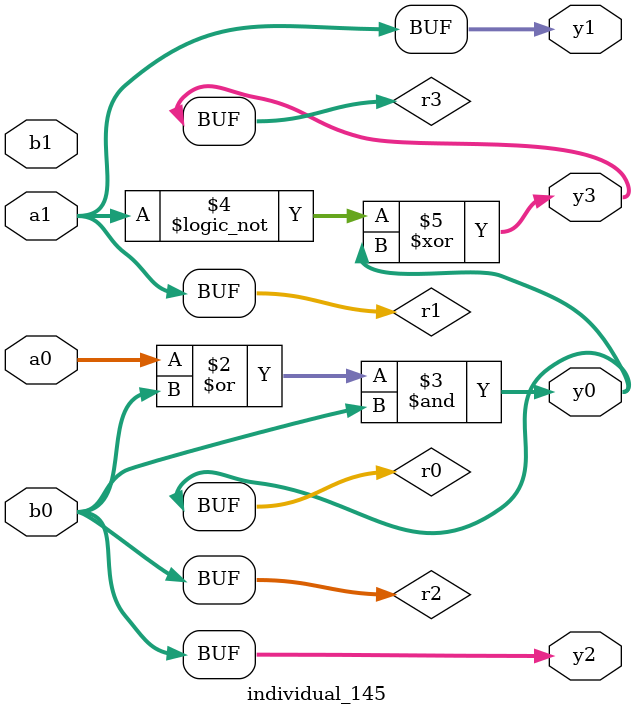
<source format=sv>
module individual_145(input logic [15:0] a1, input logic [15:0] a0, input logic [15:0] b1, input logic [15:0] b0, output logic [15:0] y3, output logic [15:0] y2, output logic [15:0] y1, output logic [15:0] y0);
logic [15:0] r0, r1, r2, r3; 
 always@(*) begin 
	 r0 = a0; r1 = a1; r2 = b0; r3 = b1; 
 	 r0  |=  b0 ;
 	 r0  &=  b0 ;
 	 r3 = ! a1 ;
 	 r3  ^=  r0 ;
 	 y3 = r3; y2 = r2; y1 = r1; y0 = r0; 
end
endmodule
</source>
